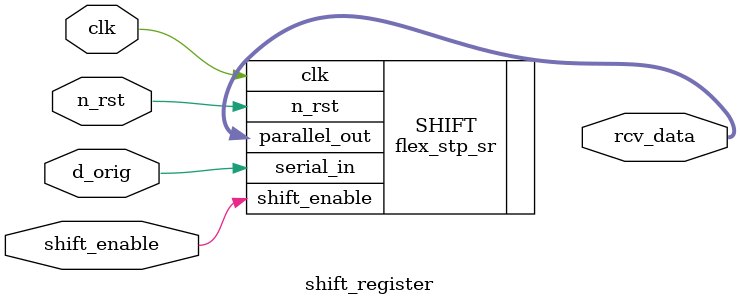
<source format=sv>
module shift_register
(
	input wire clk,
	input wire n_rst,
	input wire shift_enable,
	input wire d_orig,
	output wire [7:0] rcv_data
);
 
flex_stp_sr #(8, 0) SHIFT
(
   	.clk(clk), 
   	.n_rst(n_rst), 
   	.shift_enable(shift_enable), 
 	.serial_in(d_orig), 
   	.parallel_out(rcv_data)
);

endmodule

</source>
